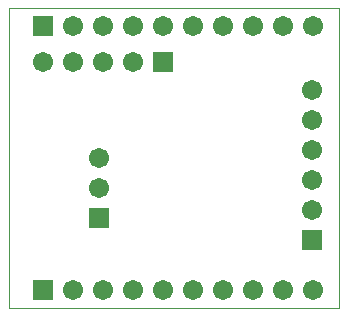
<source format=gbs>
G04 Layer_Color=16711935*
%FSLAX25Y25*%
%MOIN*%
G70*
G01*
G75*
%ADD16C,0.00394*%
%ADD27C,0.06706*%
%ADD28R,0.06706X0.06706*%
%ADD29R,0.06706X0.06706*%
D16*
X0Y0D02*
Y100000D01*
X110000D01*
Y0D02*
Y100000D01*
X0Y0D02*
X110000D01*
D27*
X30000Y50000D02*
D03*
Y40000D02*
D03*
X41500Y82000D02*
D03*
X31500D02*
D03*
X21500D02*
D03*
X11500D02*
D03*
X101000Y72500D02*
D03*
Y62500D02*
D03*
Y52500D02*
D03*
Y42500D02*
D03*
Y32500D02*
D03*
X31500Y94000D02*
D03*
X101500D02*
D03*
X91500D02*
D03*
X81500D02*
D03*
X71500D02*
D03*
X61500D02*
D03*
X51500D02*
D03*
X41500D02*
D03*
X21500D02*
D03*
X31500Y6000D02*
D03*
X101500D02*
D03*
X91500D02*
D03*
X81500D02*
D03*
X71500D02*
D03*
X61500D02*
D03*
X51500D02*
D03*
X41500D02*
D03*
X21500D02*
D03*
D28*
X30000Y30000D02*
D03*
X101000Y22500D02*
D03*
D29*
X51500Y82000D02*
D03*
X11500Y94000D02*
D03*
Y6000D02*
D03*
M02*

</source>
